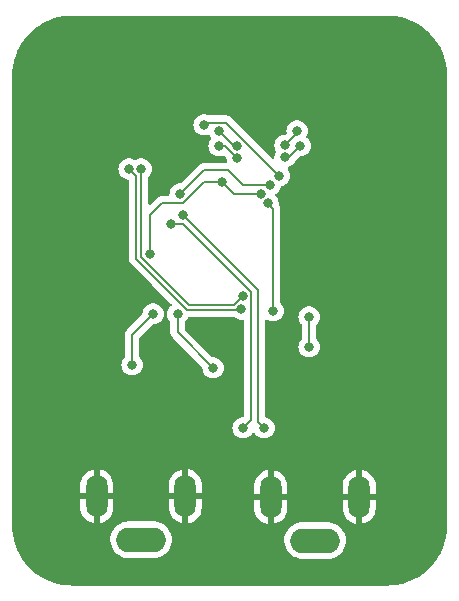
<source format=gbl>
%TF.GenerationSoftware,KiCad,Pcbnew,7.0.8*%
%TF.CreationDate,2023-12-06T02:29:27-07:00*%
%TF.ProjectId,C3I2,43334932-2e6b-4696-9361-645f70636258,rev?*%
%TF.SameCoordinates,Original*%
%TF.FileFunction,Copper,L2,Bot*%
%TF.FilePolarity,Positive*%
%FSLAX46Y46*%
G04 Gerber Fmt 4.6, Leading zero omitted, Abs format (unit mm)*
G04 Created by KiCad (PCBNEW 7.0.8) date 2023-12-06 02:29:27*
%MOMM*%
%LPD*%
G01*
G04 APERTURE LIST*
%TA.AperFunction,ComponentPad*%
%ADD10O,1.800000X3.600000*%
%TD*%
%TA.AperFunction,ComponentPad*%
%ADD11O,4.200000X2.100000*%
%TD*%
%TA.AperFunction,ViaPad*%
%ADD12C,0.800000*%
%TD*%
%TA.AperFunction,Conductor*%
%ADD13C,0.200000*%
%TD*%
G04 APERTURE END LIST*
D10*
%TO.P,J3,2*%
%TO.N,GND*%
X125282000Y-91490000D03*
D11*
%TO.P,J3,1*%
%TO.N,Net-(J3-Pad1)*%
X129032000Y-95190000D03*
D10*
%TO.P,J3,3*%
%TO.N,GND*%
X132782000Y-91490000D03*
%TD*%
%TO.P,J2,2*%
%TO.N,GND*%
X140014000Y-91550000D03*
D11*
%TO.P,J2,1*%
%TO.N,Net-(J2-Pad1)*%
X143764000Y-95250000D03*
D10*
%TO.P,J2,3*%
%TO.N,GND*%
X147514000Y-91550000D03*
%TD*%
D12*
%TO.N,GND*%
X147327488Y-80568551D03*
X141785069Y-75726124D03*
X130810000Y-53340000D03*
X129238545Y-74303347D03*
X120650000Y-57150000D03*
X120650000Y-64770000D03*
X120650000Y-87630000D03*
X152400000Y-87630000D03*
X152400000Y-80010000D03*
X152400000Y-72390000D03*
X152400000Y-64770000D03*
X152400000Y-57150000D03*
X144356230Y-69280712D03*
%TO.N,+3.3V*%
X143256000Y-76310000D03*
X143256000Y-78850000D03*
%TO.N,RESET*%
X130048000Y-76056000D03*
X128270000Y-80374000D03*
%TO.N,I2C_ADD*%
X132118372Y-76094372D03*
X135128000Y-80628000D03*
%TO.N,Ain2*%
X137668000Y-85708000D03*
%TO.N,Ain1*%
X139446000Y-85708000D03*
%TO.N,INT*%
X139766780Y-66713700D03*
X140208000Y-75802000D03*
%TO.N,Ain2*%
X131572000Y-68436000D03*
%TO.N,Ain1*%
X132588000Y-67674000D03*
%TO.N,I2C_SDA*%
X137527622Y-75661622D03*
X128016000Y-63792500D03*
%TO.N,I2C_SCL*%
X129032000Y-63792500D03*
X137668000Y-74532000D03*
%TO.N,PWR_EN*%
X134366000Y-60054000D03*
X140716000Y-64372000D03*
%TO.N,PVDD*%
X139954000Y-65134000D03*
X132334000Y-65896000D03*
%TO.N,+1V8*%
X129780622Y-70989378D03*
X135890000Y-64880000D03*
X139192000Y-65896000D03*
%TO.N,MIPI_CL_N*%
X137160000Y-62848000D03*
X135636000Y-61832000D03*
%TO.N,MIPI_CL_P*%
X135636000Y-60562000D03*
X137160000Y-61832000D03*
%TO.N,MIPI_D0_P*%
X141223997Y-62794401D03*
X142494000Y-61832000D03*
%TO.N,MIPI_D0_N*%
X141226133Y-61794901D03*
X142240000Y-60562000D03*
%TD*%
D13*
%TO.N,INT*%
X139766780Y-66713700D02*
X140208000Y-67154920D01*
X140208000Y-67154920D02*
X140208000Y-75802000D01*
%TO.N,+3.3V*%
X143256000Y-78850000D02*
X143256000Y-76310000D01*
%TO.N,RESET*%
X128270000Y-80374000D02*
X128270000Y-77834000D01*
X128270000Y-77834000D02*
X130048000Y-76056000D01*
%TO.N,I2C_ADD*%
X132118372Y-77618372D02*
X132118372Y-76094372D01*
X135128000Y-80628000D02*
X132118372Y-77618372D01*
%TO.N,Ain2*%
X138368000Y-85008000D02*
X137668000Y-85708000D01*
X138368000Y-79674000D02*
X138368000Y-85008000D01*
%TO.N,Ain1*%
X138938000Y-85200000D02*
X139446000Y-85708000D01*
X138938000Y-74024000D02*
X138938000Y-85200000D01*
%TO.N,Ain2*%
X131572000Y-68436000D02*
X132561950Y-68436000D01*
X132561950Y-68436000D02*
X138368000Y-74242050D01*
X138368000Y-74242050D02*
X138368000Y-79674000D01*
%TO.N,Ain1*%
X132588000Y-67674000D02*
X138938000Y-74024000D01*
%TO.N,+1V8*%
X135890000Y-64880000D02*
X134339950Y-64880000D01*
X134339950Y-64880000D02*
X132561950Y-66658000D01*
X132561950Y-66658000D02*
X130810000Y-66658000D01*
X129780622Y-67687378D02*
X129780622Y-70989378D01*
X130810000Y-66658000D02*
X129780622Y-67687378D01*
%TO.N,I2C_SCL*%
X133096000Y-75294000D02*
X136906000Y-75294000D01*
X129032000Y-71230000D02*
X133096000Y-75294000D01*
X136906000Y-75294000D02*
X137668000Y-74532000D01*
X129032000Y-63792500D02*
X129032000Y-71230000D01*
%TO.N,I2C_SDA*%
X132930315Y-75694000D02*
X137495244Y-75694000D01*
X128632000Y-71395686D02*
X132930315Y-75694000D01*
X128632000Y-70722000D02*
X128632000Y-71395686D01*
X137495244Y-75694000D02*
X137527622Y-75661622D01*
X128016000Y-63792500D02*
X128632000Y-64408500D01*
X128632000Y-64408500D02*
X128632000Y-70722000D01*
%TO.N,PWR_EN*%
X136206000Y-59862000D02*
X134558000Y-59862000D01*
X134558000Y-59862000D02*
X134366000Y-60054000D01*
X140716000Y-64372000D02*
X136206000Y-59862000D01*
%TO.N,PVDD*%
X137668000Y-65134000D02*
X136398000Y-63864000D01*
X139954000Y-65134000D02*
X137668000Y-65134000D01*
X136398000Y-63864000D02*
X134366000Y-63864000D01*
X134366000Y-63864000D02*
X132334000Y-65896000D01*
%TO.N,+1V8*%
X136906000Y-65896000D02*
X135890000Y-64880000D01*
X139192000Y-65896000D02*
X136906000Y-65896000D01*
%TO.N,MIPI_CL_N*%
X135636000Y-61832000D02*
X136144000Y-61832000D01*
X136144000Y-61832000D02*
X137160000Y-62848000D01*
%TO.N,MIPI_D0_N*%
X142240000Y-60781034D02*
X141226133Y-61794901D01*
X142240000Y-60562000D02*
X142240000Y-60781034D01*
%TO.N,MIPI_D0_P*%
X141223997Y-62794401D02*
X141531599Y-62794401D01*
X141531599Y-62794401D02*
X142494000Y-61832000D01*
%TO.N,MIPI_CL_P*%
X135636000Y-60562000D02*
X136906000Y-61832000D01*
X136906000Y-61832000D02*
X137160000Y-61832000D01*
%TD*%
%TA.AperFunction,Conductor*%
%TO.N,GND*%
G36*
X150077525Y-50809496D02*
G01*
X150282732Y-50818456D01*
X150287654Y-50818870D01*
X150505755Y-50846056D01*
X150710849Y-50873058D01*
X150715420Y-50873837D01*
X150930399Y-50918913D01*
X151132714Y-50963766D01*
X151136969Y-50964869D01*
X151255715Y-51000222D01*
X151347449Y-51027533D01*
X151400220Y-51044171D01*
X151545378Y-51089939D01*
X151549180Y-51091277D01*
X151753265Y-51170912D01*
X151753908Y-51171163D01*
X151945763Y-51250632D01*
X151949234Y-51252196D01*
X152146710Y-51348737D01*
X152146733Y-51348748D01*
X152331061Y-51444704D01*
X152334169Y-51446437D01*
X152456039Y-51519054D01*
X152523108Y-51559019D01*
X152698522Y-51670771D01*
X152701212Y-51672586D01*
X152880304Y-51800456D01*
X153045405Y-51927142D01*
X153047733Y-51929019D01*
X153215753Y-52071323D01*
X153370324Y-52212962D01*
X153527037Y-52369675D01*
X153668676Y-52524246D01*
X153810979Y-52692265D01*
X153812856Y-52694593D01*
X153939543Y-52859695D01*
X154067412Y-53038786D01*
X154069244Y-53041501D01*
X154180986Y-53216901D01*
X154293561Y-53405829D01*
X154295294Y-53408937D01*
X154391251Y-53593266D01*
X154487786Y-53790731D01*
X154489366Y-53794235D01*
X154568836Y-53986091D01*
X154600362Y-54066886D01*
X154648708Y-54190785D01*
X154650072Y-54194657D01*
X154712466Y-54392549D01*
X154775124Y-54603014D01*
X154776232Y-54607286D01*
X154821099Y-54809663D01*
X154866157Y-55024559D01*
X154866946Y-55029191D01*
X154893952Y-55234318D01*
X154921126Y-55452322D01*
X154921543Y-55457288D01*
X154930512Y-55662701D01*
X154939500Y-55880000D01*
X154939500Y-93980000D01*
X154930512Y-94197298D01*
X154921543Y-94402710D01*
X154921126Y-94407676D01*
X154893952Y-94625681D01*
X154866946Y-94830807D01*
X154866157Y-94835439D01*
X154821099Y-95050336D01*
X154776232Y-95252712D01*
X154775124Y-95256984D01*
X154712466Y-95467450D01*
X154650072Y-95665341D01*
X154648700Y-95669236D01*
X154568836Y-95873908D01*
X154489366Y-96065763D01*
X154487786Y-96069267D01*
X154391251Y-96266733D01*
X154295294Y-96451061D01*
X154293561Y-96454169D01*
X154180986Y-96643098D01*
X154069244Y-96818497D01*
X154067412Y-96821212D01*
X153939543Y-97000304D01*
X153812856Y-97165405D01*
X153810979Y-97167733D01*
X153668676Y-97335753D01*
X153527037Y-97490324D01*
X153370324Y-97647037D01*
X153215753Y-97788676D01*
X153047733Y-97930979D01*
X153045405Y-97932856D01*
X152880304Y-98059543D01*
X152701212Y-98187412D01*
X152698497Y-98189244D01*
X152523098Y-98300986D01*
X152334169Y-98413561D01*
X152331061Y-98415294D01*
X152146733Y-98511251D01*
X151949267Y-98607786D01*
X151945763Y-98609366D01*
X151753908Y-98688836D01*
X151549236Y-98768700D01*
X151545341Y-98770072D01*
X151347450Y-98832466D01*
X151136984Y-98895124D01*
X151132712Y-98896232D01*
X150930336Y-98941099D01*
X150715439Y-98986157D01*
X150710807Y-98986946D01*
X150505681Y-99013952D01*
X150287676Y-99041126D01*
X150282710Y-99041543D01*
X150077298Y-99050512D01*
X149860000Y-99059500D01*
X123190000Y-99059500D01*
X122972701Y-99050512D01*
X122767288Y-99041543D01*
X122762322Y-99041126D01*
X122544318Y-99013952D01*
X122339191Y-98986946D01*
X122334559Y-98986157D01*
X122119663Y-98941099D01*
X121917286Y-98896232D01*
X121913014Y-98895124D01*
X121702549Y-98832466D01*
X121504657Y-98770072D01*
X121500785Y-98768708D01*
X121368255Y-98716995D01*
X121296091Y-98688836D01*
X121104235Y-98609366D01*
X121100731Y-98607786D01*
X120903266Y-98511251D01*
X120718937Y-98415294D01*
X120715829Y-98413561D01*
X120526901Y-98300986D01*
X120351501Y-98189244D01*
X120348786Y-98187412D01*
X120169695Y-98059543D01*
X120004593Y-97932856D01*
X120002265Y-97930979D01*
X119834246Y-97788676D01*
X119679675Y-97647037D01*
X119522962Y-97490324D01*
X119381323Y-97335753D01*
X119239019Y-97167733D01*
X119237142Y-97165405D01*
X119110456Y-97000304D01*
X118982586Y-96821212D01*
X118980771Y-96818522D01*
X118869013Y-96643098D01*
X118822316Y-96564730D01*
X118756437Y-96454169D01*
X118754704Y-96451061D01*
X118658748Y-96266733D01*
X118562196Y-96069234D01*
X118560632Y-96065763D01*
X118481163Y-95873908D01*
X118463398Y-95828381D01*
X118401277Y-95669180D01*
X118399939Y-95665378D01*
X118354171Y-95520220D01*
X118337533Y-95467449D01*
X118291442Y-95312635D01*
X118274869Y-95256969D01*
X118273766Y-95252712D01*
X118273748Y-95252629D01*
X126427717Y-95252629D01*
X126457892Y-95501150D01*
X126527540Y-95741601D01*
X126527541Y-95741604D01*
X126568717Y-95828381D01*
X126634860Y-95967775D01*
X126707941Y-96073650D01*
X126777068Y-96173797D01*
X126950484Y-96354341D01*
X127150615Y-96504730D01*
X127372279Y-96621069D01*
X127609734Y-96700343D01*
X127609737Y-96700343D01*
X127609739Y-96700344D01*
X127856828Y-96740500D01*
X127856831Y-96740500D01*
X130144482Y-96740500D01*
X130238004Y-96732950D01*
X130331527Y-96725400D01*
X130574591Y-96665490D01*
X130804897Y-96567366D01*
X131016481Y-96433568D01*
X131203862Y-96267563D01*
X131362188Y-96073650D01*
X131487357Y-95856850D01*
X131576128Y-95622780D01*
X131626202Y-95377500D01*
X131628816Y-95312629D01*
X141159717Y-95312629D01*
X141189892Y-95561150D01*
X141259540Y-95801601D01*
X141366860Y-96027775D01*
X141439941Y-96133650D01*
X141509068Y-96233797D01*
X141682484Y-96414341D01*
X141882615Y-96564730D01*
X141887639Y-96567367D01*
X141989953Y-96621066D01*
X142104279Y-96681069D01*
X142341734Y-96760343D01*
X142341737Y-96760343D01*
X142341739Y-96760344D01*
X142588828Y-96800500D01*
X142588831Y-96800500D01*
X144876482Y-96800500D01*
X144970004Y-96792950D01*
X145063527Y-96785400D01*
X145306591Y-96725490D01*
X145536897Y-96627366D01*
X145748481Y-96493568D01*
X145935862Y-96327563D01*
X146094188Y-96133650D01*
X146219357Y-95916850D01*
X146308128Y-95682780D01*
X146358202Y-95437500D01*
X146363234Y-95312628D01*
X146368282Y-95187371D01*
X146368282Y-95187365D01*
X146338107Y-94938849D01*
X146285497Y-94757220D01*
X146268459Y-94698396D01*
X146161141Y-94472228D01*
X146161140Y-94472227D01*
X146161139Y-94472224D01*
X146066335Y-94334878D01*
X146018932Y-94266203D01*
X145845516Y-94085659D01*
X145645385Y-93935270D01*
X145645383Y-93935269D01*
X145645382Y-93935268D01*
X145423726Y-93818933D01*
X145423722Y-93818931D01*
X145423721Y-93818931D01*
X145186266Y-93739657D01*
X145186265Y-93739656D01*
X145186260Y-93739655D01*
X144939172Y-93699500D01*
X144939169Y-93699500D01*
X142651519Y-93699500D01*
X142651518Y-93699500D01*
X142464473Y-93714599D01*
X142221411Y-93774509D01*
X141991106Y-93872632D01*
X141779514Y-94006435D01*
X141592143Y-94172431D01*
X141433809Y-94366353D01*
X141308643Y-94583148D01*
X141219871Y-94817222D01*
X141169798Y-95062493D01*
X141169797Y-95062503D01*
X141159717Y-95312628D01*
X141159717Y-95312629D01*
X131628816Y-95312629D01*
X131636282Y-95127365D01*
X131606107Y-94878851D01*
X131606107Y-94878849D01*
X131570876Y-94757220D01*
X131536459Y-94638396D01*
X131429141Y-94412228D01*
X131429140Y-94412227D01*
X131429139Y-94412224D01*
X131286933Y-94206205D01*
X131286932Y-94206203D01*
X131113516Y-94025659D01*
X130913385Y-93875270D01*
X130913383Y-93875269D01*
X130913382Y-93875268D01*
X130691726Y-93758933D01*
X130691722Y-93758931D01*
X130691721Y-93758931D01*
X130454266Y-93679657D01*
X130454265Y-93679656D01*
X130454260Y-93679655D01*
X130207172Y-93639500D01*
X130207169Y-93639500D01*
X127919519Y-93639500D01*
X127919518Y-93639500D01*
X127732473Y-93654599D01*
X127489411Y-93714509D01*
X127259106Y-93812632D01*
X127047514Y-93946435D01*
X126860143Y-94112431D01*
X126701809Y-94306353D01*
X126576643Y-94523148D01*
X126487871Y-94757222D01*
X126437798Y-95002493D01*
X126437797Y-95002503D01*
X126427717Y-95252628D01*
X126427717Y-95252629D01*
X118273748Y-95252629D01*
X118259279Y-95187365D01*
X118228913Y-95050398D01*
X118183837Y-94835420D01*
X118183058Y-94830849D01*
X118156047Y-94625681D01*
X118128870Y-94407654D01*
X118128456Y-94402732D01*
X118119487Y-94197298D01*
X118110500Y-93980000D01*
X118110500Y-93979500D01*
X118110500Y-92449478D01*
X123882000Y-92449478D01*
X123897147Y-92627450D01*
X123897148Y-92627453D01*
X123957197Y-92858078D01*
X124055360Y-93075241D01*
X124055362Y-93075244D01*
X124188812Y-93272688D01*
X124188814Y-93272690D01*
X124353706Y-93444736D01*
X124545316Y-93586450D01*
X124758115Y-93693741D01*
X124985987Y-93763526D01*
X124985985Y-93763526D01*
X125032000Y-93769418D01*
X125032000Y-92673686D01*
X125072156Y-92699493D01*
X125210111Y-92740000D01*
X125353889Y-92740000D01*
X125491844Y-92699493D01*
X125532000Y-92673686D01*
X125532000Y-93768264D01*
X125693434Y-93733473D01*
X125914562Y-93644616D01*
X126117494Y-93519666D01*
X126296389Y-93362219D01*
X126296396Y-93362213D01*
X126446102Y-93176805D01*
X126446109Y-93176795D01*
X126562331Y-92968751D01*
X126641722Y-92744052D01*
X126641726Y-92744038D01*
X126681999Y-92509167D01*
X126682000Y-92509156D01*
X126682000Y-92449478D01*
X131382000Y-92449478D01*
X131397147Y-92627450D01*
X131397148Y-92627453D01*
X131457197Y-92858078D01*
X131555360Y-93075241D01*
X131555362Y-93075244D01*
X131688812Y-93272688D01*
X131688814Y-93272690D01*
X131853706Y-93444736D01*
X132045316Y-93586450D01*
X132258115Y-93693741D01*
X132485987Y-93763526D01*
X132485985Y-93763526D01*
X132532000Y-93769418D01*
X132532000Y-92673686D01*
X132572156Y-92699493D01*
X132710111Y-92740000D01*
X132853889Y-92740000D01*
X132991844Y-92699493D01*
X133032000Y-92673686D01*
X133032000Y-93768264D01*
X133193434Y-93733473D01*
X133414562Y-93644616D01*
X133617494Y-93519666D01*
X133796389Y-93362219D01*
X133796396Y-93362213D01*
X133946102Y-93176805D01*
X133946109Y-93176795D01*
X134062331Y-92968751D01*
X134141722Y-92744052D01*
X134141726Y-92744038D01*
X134181946Y-92509478D01*
X138614000Y-92509478D01*
X138629147Y-92687450D01*
X138629148Y-92687453D01*
X138689197Y-92918078D01*
X138787360Y-93135241D01*
X138787362Y-93135244D01*
X138920812Y-93332688D01*
X138920814Y-93332690D01*
X139085706Y-93504736D01*
X139277316Y-93646450D01*
X139490115Y-93753741D01*
X139717987Y-93823526D01*
X139717985Y-93823526D01*
X139764000Y-93829418D01*
X139764000Y-92733686D01*
X139804156Y-92759493D01*
X139942111Y-92800000D01*
X140085889Y-92800000D01*
X140223844Y-92759493D01*
X140264000Y-92733686D01*
X140264000Y-93828264D01*
X140425434Y-93793473D01*
X140646562Y-93704616D01*
X140849494Y-93579666D01*
X141028389Y-93422219D01*
X141028396Y-93422213D01*
X141178102Y-93236805D01*
X141178109Y-93236795D01*
X141294331Y-93028751D01*
X141373722Y-92804052D01*
X141373726Y-92804038D01*
X141413999Y-92569167D01*
X141414000Y-92569156D01*
X141414000Y-92509478D01*
X146114000Y-92509478D01*
X146129147Y-92687450D01*
X146129148Y-92687453D01*
X146189197Y-92918078D01*
X146287360Y-93135241D01*
X146287362Y-93135244D01*
X146420812Y-93332688D01*
X146420814Y-93332690D01*
X146585706Y-93504736D01*
X146777316Y-93646450D01*
X146990115Y-93753741D01*
X147217987Y-93823526D01*
X147217985Y-93823526D01*
X147264000Y-93829418D01*
X147264000Y-92733686D01*
X147304156Y-92759493D01*
X147442111Y-92800000D01*
X147585889Y-92800000D01*
X147723844Y-92759493D01*
X147764000Y-92733686D01*
X147764000Y-93828264D01*
X147925434Y-93793473D01*
X148146562Y-93704616D01*
X148349494Y-93579666D01*
X148528389Y-93422219D01*
X148528396Y-93422213D01*
X148678102Y-93236805D01*
X148678109Y-93236795D01*
X148794331Y-93028751D01*
X148873722Y-92804052D01*
X148873726Y-92804038D01*
X148913999Y-92569167D01*
X148914000Y-92569156D01*
X148914000Y-91800000D01*
X148014000Y-91800000D01*
X148014000Y-91300000D01*
X148914000Y-91300000D01*
X148914000Y-90590522D01*
X148898852Y-90412549D01*
X148898851Y-90412546D01*
X148838802Y-90181921D01*
X148740639Y-89964758D01*
X148740637Y-89964755D01*
X148607187Y-89767311D01*
X148607185Y-89767309D01*
X148442293Y-89595263D01*
X148250683Y-89453549D01*
X148037884Y-89346257D01*
X147810020Y-89276475D01*
X147764000Y-89270581D01*
X147764000Y-90366313D01*
X147723844Y-90340507D01*
X147585889Y-90300000D01*
X147442111Y-90300000D01*
X147304156Y-90340507D01*
X147264000Y-90366313D01*
X147264000Y-89271734D01*
X147263999Y-89271734D01*
X147102566Y-89306525D01*
X146881437Y-89395383D01*
X146678505Y-89520333D01*
X146499610Y-89677780D01*
X146499603Y-89677786D01*
X146349897Y-89863194D01*
X146349890Y-89863204D01*
X146233668Y-90071248D01*
X146154277Y-90295947D01*
X146154273Y-90295961D01*
X146114000Y-90530832D01*
X146114000Y-91300000D01*
X147014000Y-91300000D01*
X147014000Y-91800000D01*
X146114000Y-91800000D01*
X146114000Y-92509478D01*
X141414000Y-92509478D01*
X141414000Y-91800000D01*
X140514000Y-91800000D01*
X140514000Y-91300000D01*
X141414000Y-91300000D01*
X141414000Y-90590522D01*
X141398852Y-90412549D01*
X141398851Y-90412546D01*
X141338802Y-90181921D01*
X141240639Y-89964758D01*
X141240637Y-89964755D01*
X141107187Y-89767311D01*
X141107185Y-89767309D01*
X140942293Y-89595263D01*
X140750683Y-89453549D01*
X140537884Y-89346257D01*
X140310020Y-89276475D01*
X140264000Y-89270581D01*
X140264000Y-90366313D01*
X140223844Y-90340507D01*
X140085889Y-90300000D01*
X139942111Y-90300000D01*
X139804156Y-90340507D01*
X139764000Y-90366313D01*
X139764000Y-89271734D01*
X139763999Y-89271734D01*
X139602566Y-89306525D01*
X139381437Y-89395383D01*
X139178505Y-89520333D01*
X138999610Y-89677780D01*
X138999603Y-89677786D01*
X138849897Y-89863194D01*
X138849890Y-89863204D01*
X138733668Y-90071248D01*
X138654277Y-90295947D01*
X138654273Y-90295961D01*
X138614000Y-90530832D01*
X138614000Y-91300000D01*
X139514000Y-91300000D01*
X139514000Y-91800000D01*
X138614000Y-91800000D01*
X138614000Y-92509478D01*
X134181946Y-92509478D01*
X134181999Y-92509167D01*
X134182000Y-92509156D01*
X134182000Y-91740000D01*
X133282000Y-91740000D01*
X133282000Y-91240000D01*
X134182000Y-91240000D01*
X134182000Y-90530522D01*
X134166852Y-90352549D01*
X134166851Y-90352546D01*
X134106802Y-90121921D01*
X134008639Y-89904758D01*
X134008637Y-89904755D01*
X133875187Y-89707311D01*
X133875185Y-89707309D01*
X133710293Y-89535263D01*
X133518683Y-89393549D01*
X133305884Y-89286257D01*
X133078020Y-89216475D01*
X133032000Y-89210581D01*
X133032000Y-90306313D01*
X132991844Y-90280507D01*
X132853889Y-90240000D01*
X132710111Y-90240000D01*
X132572156Y-90280507D01*
X132532000Y-90306313D01*
X132532000Y-89211734D01*
X132531999Y-89211734D01*
X132370566Y-89246525D01*
X132149437Y-89335383D01*
X131946505Y-89460333D01*
X131767610Y-89617780D01*
X131767603Y-89617786D01*
X131617897Y-89803194D01*
X131617890Y-89803204D01*
X131501668Y-90011248D01*
X131422277Y-90235947D01*
X131422273Y-90235961D01*
X131382000Y-90470832D01*
X131382000Y-91240000D01*
X132282000Y-91240000D01*
X132282000Y-91740000D01*
X131382000Y-91740000D01*
X131382000Y-92449478D01*
X126682000Y-92449478D01*
X126682000Y-91740000D01*
X125782000Y-91740000D01*
X125782000Y-91240000D01*
X126682000Y-91240000D01*
X126682000Y-90530522D01*
X126666852Y-90352549D01*
X126666851Y-90352546D01*
X126606802Y-90121921D01*
X126508639Y-89904758D01*
X126508637Y-89904755D01*
X126375187Y-89707311D01*
X126375185Y-89707309D01*
X126210293Y-89535263D01*
X126018683Y-89393549D01*
X125805884Y-89286257D01*
X125578020Y-89216475D01*
X125532000Y-89210581D01*
X125532000Y-90306313D01*
X125491844Y-90280507D01*
X125353889Y-90240000D01*
X125210111Y-90240000D01*
X125072156Y-90280507D01*
X125032000Y-90306313D01*
X125032000Y-89211734D01*
X125031999Y-89211734D01*
X124870566Y-89246525D01*
X124649437Y-89335383D01*
X124446505Y-89460333D01*
X124267610Y-89617780D01*
X124267603Y-89617786D01*
X124117897Y-89803194D01*
X124117890Y-89803204D01*
X124001668Y-90011248D01*
X123922277Y-90235947D01*
X123922273Y-90235961D01*
X123882000Y-90470832D01*
X123882000Y-91240000D01*
X124782000Y-91240000D01*
X124782000Y-91740000D01*
X123882000Y-91740000D01*
X123882000Y-92449478D01*
X118110500Y-92449478D01*
X118110500Y-80374000D01*
X127364540Y-80374000D01*
X127384326Y-80562256D01*
X127384327Y-80562259D01*
X127442818Y-80742277D01*
X127442821Y-80742284D01*
X127537467Y-80906216D01*
X127618559Y-80996277D01*
X127664129Y-81046888D01*
X127817265Y-81158148D01*
X127817270Y-81158151D01*
X127990192Y-81235142D01*
X127990197Y-81235144D01*
X128175354Y-81274500D01*
X128175355Y-81274500D01*
X128364644Y-81274500D01*
X128364646Y-81274500D01*
X128549803Y-81235144D01*
X128722730Y-81158151D01*
X128875871Y-81046888D01*
X129002533Y-80906216D01*
X129097179Y-80742284D01*
X129155674Y-80562256D01*
X129175460Y-80374000D01*
X129155674Y-80185744D01*
X129097179Y-80005716D01*
X129002533Y-79841784D01*
X128935068Y-79766857D01*
X128902350Y-79730519D01*
X128872120Y-79667527D01*
X128870500Y-79647547D01*
X128870500Y-78134097D01*
X128890185Y-78067058D01*
X128906819Y-78046416D01*
X129960416Y-76992819D01*
X130021739Y-76959334D01*
X130048097Y-76956500D01*
X130142644Y-76956500D01*
X130142646Y-76956500D01*
X130327803Y-76917144D01*
X130500730Y-76840151D01*
X130653871Y-76728888D01*
X130780533Y-76588216D01*
X130875179Y-76424284D01*
X130933674Y-76244256D01*
X130953460Y-76056000D01*
X130933674Y-75867744D01*
X130875179Y-75687716D01*
X130780533Y-75523784D01*
X130653871Y-75383112D01*
X130653870Y-75383111D01*
X130500734Y-75271851D01*
X130500729Y-75271848D01*
X130327807Y-75194857D01*
X130327802Y-75194855D01*
X130156849Y-75158519D01*
X130142646Y-75155500D01*
X129953354Y-75155500D01*
X129939151Y-75158519D01*
X129768197Y-75194855D01*
X129768192Y-75194857D01*
X129595270Y-75271848D01*
X129595265Y-75271851D01*
X129442129Y-75383111D01*
X129315466Y-75523785D01*
X129220821Y-75687715D01*
X129220818Y-75687722D01*
X129162327Y-75867740D01*
X129162326Y-75867744D01*
X129142540Y-76056000D01*
X129142540Y-76056002D01*
X129142540Y-76060862D01*
X129122855Y-76127901D01*
X129106221Y-76148543D01*
X127876096Y-77378668D01*
X127869993Y-77384020D01*
X127841719Y-77405716D01*
X127817550Y-77437215D01*
X127745461Y-77531162D01*
X127745461Y-77531163D01*
X127684957Y-77677234D01*
X127684955Y-77677239D01*
X127664318Y-77833998D01*
X127664318Y-77833999D01*
X127668969Y-77869326D01*
X127669500Y-77877428D01*
X127669500Y-79647547D01*
X127649815Y-79714586D01*
X127637650Y-79730519D01*
X127537466Y-79841785D01*
X127442821Y-80005715D01*
X127442818Y-80005722D01*
X127384327Y-80185740D01*
X127384326Y-80185744D01*
X127364540Y-80374000D01*
X118110500Y-80374000D01*
X118110500Y-63792500D01*
X127110540Y-63792500D01*
X127130326Y-63980756D01*
X127130327Y-63980759D01*
X127188818Y-64160777D01*
X127188821Y-64160784D01*
X127283467Y-64324716D01*
X127306098Y-64349850D01*
X127410129Y-64465388D01*
X127563265Y-64576648D01*
X127563270Y-64576651D01*
X127736192Y-64653642D01*
X127736197Y-64653644D01*
X127921354Y-64693000D01*
X127921355Y-64693000D01*
X127927711Y-64694351D01*
X127927410Y-64695766D01*
X127985069Y-64719484D01*
X128025058Y-64776778D01*
X128031500Y-64816226D01*
X128031500Y-71352257D01*
X128030969Y-71360359D01*
X128026318Y-71395685D01*
X128026318Y-71395686D01*
X128031500Y-71435046D01*
X128046955Y-71552446D01*
X128046956Y-71552448D01*
X128088550Y-71652866D01*
X128107464Y-71698527D01*
X128203718Y-71823968D01*
X128231995Y-71845666D01*
X128238085Y-71851006D01*
X129982796Y-73595716D01*
X131581317Y-75194237D01*
X131614802Y-75255560D01*
X131609818Y-75325252D01*
X131567946Y-75381185D01*
X131566521Y-75382236D01*
X131512501Y-75421483D01*
X131385838Y-75562157D01*
X131291193Y-75726087D01*
X131291190Y-75726094D01*
X131232699Y-75906112D01*
X131232698Y-75906116D01*
X131212912Y-76094372D01*
X131232698Y-76282628D01*
X131232699Y-76282631D01*
X131291190Y-76462649D01*
X131291193Y-76462656D01*
X131385839Y-76626588D01*
X131454191Y-76702500D01*
X131486022Y-76737852D01*
X131516252Y-76800843D01*
X131517872Y-76820824D01*
X131517872Y-77574943D01*
X131517341Y-77583045D01*
X131512690Y-77618371D01*
X131512690Y-77618372D01*
X131517872Y-77657732D01*
X131533327Y-77775132D01*
X131533328Y-77775134D01*
X131593836Y-77921213D01*
X131690090Y-78046654D01*
X131718367Y-78068352D01*
X131724457Y-78073692D01*
X133032979Y-79382214D01*
X134186221Y-80535456D01*
X134219706Y-80596779D01*
X134222540Y-80623137D01*
X134222540Y-80627997D01*
X134222540Y-80628000D01*
X134242326Y-80816256D01*
X134242327Y-80816259D01*
X134300818Y-80996277D01*
X134300821Y-80996284D01*
X134395467Y-81160216D01*
X134462931Y-81235142D01*
X134522129Y-81300888D01*
X134675265Y-81412148D01*
X134675270Y-81412151D01*
X134848192Y-81489142D01*
X134848197Y-81489144D01*
X135033354Y-81528500D01*
X135033355Y-81528500D01*
X135222644Y-81528500D01*
X135222646Y-81528500D01*
X135407803Y-81489144D01*
X135580730Y-81412151D01*
X135733871Y-81300888D01*
X135860533Y-81160216D01*
X135955179Y-80996284D01*
X136013674Y-80816256D01*
X136033460Y-80628000D01*
X136013674Y-80439744D01*
X135955179Y-80259716D01*
X135860533Y-80095784D01*
X135733871Y-79955112D01*
X135733870Y-79955111D01*
X135580734Y-79843851D01*
X135580729Y-79843848D01*
X135407807Y-79766857D01*
X135407802Y-79766855D01*
X135236849Y-79730519D01*
X135222646Y-79727500D01*
X135222645Y-79727500D01*
X135128097Y-79727500D01*
X135061058Y-79707815D01*
X135040416Y-79691181D01*
X132755191Y-77405956D01*
X132721706Y-77344633D01*
X132718872Y-77318275D01*
X132718872Y-76820824D01*
X132738557Y-76753785D01*
X132750722Y-76737852D01*
X132782553Y-76702500D01*
X132850905Y-76626588D01*
X132945551Y-76462656D01*
X132972349Y-76380182D01*
X133011787Y-76322506D01*
X133076145Y-76295308D01*
X133090280Y-76294500D01*
X136830518Y-76294500D01*
X136897557Y-76314185D01*
X136916674Y-76330435D01*
X136916921Y-76330161D01*
X136921752Y-76334511D01*
X137074887Y-76445770D01*
X137074892Y-76445773D01*
X137247814Y-76522764D01*
X137247819Y-76522766D01*
X137432976Y-76562122D01*
X137432977Y-76562122D01*
X137622267Y-76562122D01*
X137622268Y-76562122D01*
X137622268Y-76562121D01*
X137628725Y-76561443D01*
X137628989Y-76563956D01*
X137687343Y-76568388D01*
X137743092Y-76610504D01*
X137767222Y-76676075D01*
X137767500Y-76684378D01*
X137767500Y-84683500D01*
X137747815Y-84750539D01*
X137695011Y-84796294D01*
X137643500Y-84807500D01*
X137573354Y-84807500D01*
X137540897Y-84814398D01*
X137388197Y-84846855D01*
X137388192Y-84846857D01*
X137215270Y-84923848D01*
X137215265Y-84923851D01*
X137062129Y-85035111D01*
X136935466Y-85175785D01*
X136840821Y-85339715D01*
X136840818Y-85339722D01*
X136782327Y-85519740D01*
X136782326Y-85519744D01*
X136762540Y-85708000D01*
X136782326Y-85896256D01*
X136782327Y-85896259D01*
X136840818Y-86076277D01*
X136840821Y-86076284D01*
X136935467Y-86240216D01*
X137062129Y-86380888D01*
X137215265Y-86492148D01*
X137215270Y-86492151D01*
X137388192Y-86569142D01*
X137388197Y-86569144D01*
X137573354Y-86608500D01*
X137573355Y-86608500D01*
X137762644Y-86608500D01*
X137762646Y-86608500D01*
X137947803Y-86569144D01*
X138120730Y-86492151D01*
X138273871Y-86380888D01*
X138400533Y-86240216D01*
X138449613Y-86155205D01*
X138500179Y-86106991D01*
X138568786Y-86093767D01*
X138633651Y-86119735D01*
X138664385Y-86155203D01*
X138713466Y-86240214D01*
X138713467Y-86240216D01*
X138840129Y-86380888D01*
X138993265Y-86492148D01*
X138993270Y-86492151D01*
X139166192Y-86569142D01*
X139166197Y-86569144D01*
X139351354Y-86608500D01*
X139351355Y-86608500D01*
X139540644Y-86608500D01*
X139540646Y-86608500D01*
X139725803Y-86569144D01*
X139898730Y-86492151D01*
X140051871Y-86380888D01*
X140178533Y-86240216D01*
X140273179Y-86076284D01*
X140331674Y-85896256D01*
X140351460Y-85708000D01*
X140331674Y-85519744D01*
X140273179Y-85339716D01*
X140178533Y-85175784D01*
X140051871Y-85035112D01*
X140051870Y-85035111D01*
X139898734Y-84923851D01*
X139898729Y-84923848D01*
X139725807Y-84846857D01*
X139725803Y-84846856D01*
X139636718Y-84827920D01*
X139575237Y-84794727D01*
X139541461Y-84733564D01*
X139538500Y-84706630D01*
X139538500Y-78850000D01*
X142350540Y-78850000D01*
X142370326Y-79038256D01*
X142370327Y-79038259D01*
X142428818Y-79218277D01*
X142428821Y-79218284D01*
X142523467Y-79382216D01*
X142650129Y-79522888D01*
X142803265Y-79634148D01*
X142803270Y-79634151D01*
X142976192Y-79711142D01*
X142976197Y-79711144D01*
X143161354Y-79750500D01*
X143161355Y-79750500D01*
X143350644Y-79750500D01*
X143350646Y-79750500D01*
X143535803Y-79711144D01*
X143708730Y-79634151D01*
X143861871Y-79522888D01*
X143988533Y-79382216D01*
X144083179Y-79218284D01*
X144141674Y-79038256D01*
X144161460Y-78850000D01*
X144141674Y-78661744D01*
X144083179Y-78481716D01*
X143988533Y-78317784D01*
X143933628Y-78256806D01*
X143888350Y-78206519D01*
X143858120Y-78143527D01*
X143856500Y-78123547D01*
X143856500Y-77036452D01*
X143876185Y-76969413D01*
X143888350Y-76953480D01*
X143921067Y-76917144D01*
X143988533Y-76842216D01*
X144083179Y-76678284D01*
X144141674Y-76498256D01*
X144161460Y-76310000D01*
X144141674Y-76121744D01*
X144083179Y-75941716D01*
X143988533Y-75777784D01*
X143861871Y-75637112D01*
X143829708Y-75613744D01*
X143708734Y-75525851D01*
X143708729Y-75525848D01*
X143535807Y-75448857D01*
X143535802Y-75448855D01*
X143390001Y-75417865D01*
X143350646Y-75409500D01*
X143161354Y-75409500D01*
X143128897Y-75416398D01*
X142976197Y-75448855D01*
X142976192Y-75448857D01*
X142803270Y-75525848D01*
X142803265Y-75525851D01*
X142650129Y-75637111D01*
X142523466Y-75777785D01*
X142428821Y-75941715D01*
X142428818Y-75941722D01*
X142370327Y-76121740D01*
X142370326Y-76121744D01*
X142350540Y-76310000D01*
X142370326Y-76498256D01*
X142370327Y-76498259D01*
X142428818Y-76678277D01*
X142428821Y-76678284D01*
X142523467Y-76842216D01*
X142590931Y-76917142D01*
X142623650Y-76953480D01*
X142653880Y-77016471D01*
X142655500Y-77036452D01*
X142655500Y-78123547D01*
X142635815Y-78190586D01*
X142623650Y-78206519D01*
X142523466Y-78317785D01*
X142428821Y-78481715D01*
X142428818Y-78481722D01*
X142370327Y-78661740D01*
X142370326Y-78661744D01*
X142350540Y-78850000D01*
X139538500Y-78850000D01*
X139538500Y-76672022D01*
X139558185Y-76604983D01*
X139610989Y-76559228D01*
X139680147Y-76549284D01*
X139735384Y-76571703D01*
X139755266Y-76586148D01*
X139755270Y-76586151D01*
X139928192Y-76663142D01*
X139928197Y-76663144D01*
X140113354Y-76702500D01*
X140113355Y-76702500D01*
X140302644Y-76702500D01*
X140302646Y-76702500D01*
X140487803Y-76663144D01*
X140660730Y-76586151D01*
X140813871Y-76474888D01*
X140940533Y-76334216D01*
X141035179Y-76170284D01*
X141093674Y-75990256D01*
X141113460Y-75802000D01*
X141093674Y-75613744D01*
X141035179Y-75433716D01*
X140940533Y-75269784D01*
X140873068Y-75194857D01*
X140840350Y-75158519D01*
X140810120Y-75095527D01*
X140808500Y-75075547D01*
X140808500Y-67198347D01*
X140809031Y-67190246D01*
X140813682Y-67154920D01*
X140813682Y-67154918D01*
X140799923Y-67050412D01*
X140793044Y-66998158D01*
X140732536Y-66852079D01*
X140696826Y-66805540D01*
X140671633Y-66740373D01*
X140671883Y-66717087D01*
X140672240Y-66713700D01*
X140652454Y-66525444D01*
X140593959Y-66345416D01*
X140499313Y-66181484D01*
X140411511Y-66083970D01*
X140381281Y-66020979D01*
X140389906Y-65951643D01*
X140430772Y-65900682D01*
X140559871Y-65806888D01*
X140686533Y-65666216D01*
X140781179Y-65502284D01*
X140837071Y-65330265D01*
X140876507Y-65272593D01*
X140929216Y-65247297D01*
X140995803Y-65233144D01*
X140995807Y-65233142D01*
X140995808Y-65233142D01*
X141054058Y-65207206D01*
X141168730Y-65156151D01*
X141321871Y-65044888D01*
X141448533Y-64904216D01*
X141543179Y-64740284D01*
X141601674Y-64560256D01*
X141621460Y-64372000D01*
X141601674Y-64183744D01*
X141543179Y-64003716D01*
X141448533Y-63839784D01*
X141445284Y-63834156D01*
X141447317Y-63832981D01*
X141427427Y-63777262D01*
X141443242Y-63709206D01*
X141493341Y-63660504D01*
X141500788Y-63656886D01*
X141503800Y-63655545D01*
X141676727Y-63578552D01*
X141829868Y-63467289D01*
X141956530Y-63326617D01*
X142051176Y-63162685D01*
X142060568Y-63133778D01*
X142090813Y-63084420D01*
X142406417Y-62768816D01*
X142467739Y-62735334D01*
X142494097Y-62732500D01*
X142588644Y-62732500D01*
X142588646Y-62732500D01*
X142773803Y-62693144D01*
X142946730Y-62616151D01*
X143099871Y-62504888D01*
X143226533Y-62364216D01*
X143321179Y-62200284D01*
X143379674Y-62020256D01*
X143399460Y-61832000D01*
X143379674Y-61643744D01*
X143321179Y-61463716D01*
X143226533Y-61299784D01*
X143133986Y-61197000D01*
X143099876Y-61159116D01*
X143099869Y-61159110D01*
X143074093Y-61140383D01*
X143031427Y-61085053D01*
X143025448Y-61015440D01*
X143039588Y-60978071D01*
X143067179Y-60930284D01*
X143125674Y-60750256D01*
X143145460Y-60562000D01*
X143125674Y-60373744D01*
X143067179Y-60193716D01*
X142972533Y-60029784D01*
X142845871Y-59889112D01*
X142813708Y-59865744D01*
X142692734Y-59777851D01*
X142692729Y-59777848D01*
X142519807Y-59700857D01*
X142519802Y-59700855D01*
X142374001Y-59669865D01*
X142334646Y-59661500D01*
X142145354Y-59661500D01*
X142112897Y-59668398D01*
X141960197Y-59700855D01*
X141960192Y-59700857D01*
X141787270Y-59777848D01*
X141787265Y-59777851D01*
X141634129Y-59889111D01*
X141507466Y-60029785D01*
X141412821Y-60193715D01*
X141412818Y-60193722D01*
X141354327Y-60373740D01*
X141354326Y-60373744D01*
X141334540Y-60562000D01*
X141354326Y-60750256D01*
X141354326Y-60750258D01*
X141354537Y-60752258D01*
X141341967Y-60820987D01*
X141318906Y-60852892D01*
X141313725Y-60858074D01*
X141252405Y-60891565D01*
X141226035Y-60894401D01*
X141131487Y-60894401D01*
X141121010Y-60896628D01*
X140946330Y-60933756D01*
X140946325Y-60933758D01*
X140773403Y-61010749D01*
X140773398Y-61010752D01*
X140620262Y-61122012D01*
X140493599Y-61262686D01*
X140398954Y-61426616D01*
X140398951Y-61426623D01*
X140340460Y-61606641D01*
X140340459Y-61606645D01*
X140320673Y-61794901D01*
X140340459Y-61983157D01*
X140340460Y-61983160D01*
X140398954Y-62163186D01*
X140437991Y-62230800D01*
X140454464Y-62298700D01*
X140437992Y-62354799D01*
X140396817Y-62426116D01*
X140338324Y-62606141D01*
X140338323Y-62606145D01*
X140323097Y-62751016D01*
X140318537Y-62794401D01*
X140320799Y-62815920D01*
X140308229Y-62884649D01*
X140260497Y-62935673D01*
X140192757Y-62952791D01*
X140126516Y-62930569D01*
X140109797Y-62916562D01*
X138390235Y-61197000D01*
X136661320Y-59468085D01*
X136655980Y-59461995D01*
X136634282Y-59433718D01*
X136508841Y-59337464D01*
X136362762Y-59276956D01*
X136362760Y-59276955D01*
X136245361Y-59261500D01*
X136206000Y-59256318D01*
X136170670Y-59260969D01*
X136162572Y-59261500D01*
X134826335Y-59261500D01*
X134775899Y-59250779D01*
X134645807Y-59192857D01*
X134645802Y-59192855D01*
X134500001Y-59161865D01*
X134460646Y-59153500D01*
X134271354Y-59153500D01*
X134238897Y-59160398D01*
X134086197Y-59192855D01*
X134086192Y-59192857D01*
X133913270Y-59269848D01*
X133913265Y-59269851D01*
X133760129Y-59381111D01*
X133633466Y-59521785D01*
X133538821Y-59685715D01*
X133538818Y-59685722D01*
X133508884Y-59777851D01*
X133480326Y-59865744D01*
X133460540Y-60054000D01*
X133480326Y-60242256D01*
X133480327Y-60242259D01*
X133538818Y-60422277D01*
X133538821Y-60422284D01*
X133633467Y-60586216D01*
X133760129Y-60726888D01*
X133913265Y-60838148D01*
X133913270Y-60838151D01*
X134086192Y-60915142D01*
X134086197Y-60915144D01*
X134271354Y-60954500D01*
X134271355Y-60954500D01*
X134460644Y-60954500D01*
X134460646Y-60954500D01*
X134645803Y-60915144D01*
X134666534Y-60905913D01*
X134735782Y-60896628D01*
X134799059Y-60926256D01*
X134824356Y-60957192D01*
X134903467Y-61094216D01*
X134913806Y-61105699D01*
X134921307Y-61114030D01*
X134951535Y-61177022D01*
X134942909Y-61246357D01*
X134921307Y-61279970D01*
X134903466Y-61299785D01*
X134808821Y-61463715D01*
X134808818Y-61463722D01*
X134762380Y-61606645D01*
X134750326Y-61643744D01*
X134730540Y-61832000D01*
X134750326Y-62020256D01*
X134750327Y-62020259D01*
X134808818Y-62200277D01*
X134808821Y-62200284D01*
X134903467Y-62364216D01*
X135024400Y-62498525D01*
X135030129Y-62504888D01*
X135183265Y-62616148D01*
X135183270Y-62616151D01*
X135356192Y-62693142D01*
X135356197Y-62693144D01*
X135541354Y-62732500D01*
X135541355Y-62732500D01*
X135730644Y-62732500D01*
X135730646Y-62732500D01*
X135915803Y-62693144D01*
X136004084Y-62653837D01*
X136073333Y-62644552D01*
X136136610Y-62674180D01*
X136142201Y-62679436D01*
X136218221Y-62755456D01*
X136251706Y-62816779D01*
X136254540Y-62843137D01*
X136254540Y-62847997D01*
X136254540Y-62848000D01*
X136274326Y-63036256D01*
X136274327Y-63036259D01*
X136295422Y-63101182D01*
X136297417Y-63171023D01*
X136261337Y-63230856D01*
X136198636Y-63261684D01*
X136177491Y-63263500D01*
X134409428Y-63263500D01*
X134401329Y-63262969D01*
X134366000Y-63258318D01*
X134326639Y-63263500D01*
X134209239Y-63278955D01*
X134209237Y-63278956D01*
X134063157Y-63339464D01*
X133937719Y-63435716D01*
X133916019Y-63463994D01*
X133910668Y-63470096D01*
X132421584Y-64959181D01*
X132360261Y-64992666D01*
X132333903Y-64995500D01*
X132239354Y-64995500D01*
X132206897Y-65002398D01*
X132054197Y-65034855D01*
X132054192Y-65034857D01*
X131881270Y-65111848D01*
X131881265Y-65111851D01*
X131728129Y-65223111D01*
X131601466Y-65363785D01*
X131506821Y-65527715D01*
X131506818Y-65527722D01*
X131498640Y-65552893D01*
X131448326Y-65707744D01*
X131437906Y-65806885D01*
X131428540Y-65896000D01*
X131431119Y-65920540D01*
X131418549Y-65989270D01*
X131370816Y-66040293D01*
X131307798Y-66057500D01*
X130853428Y-66057500D01*
X130845329Y-66056969D01*
X130810000Y-66052318D01*
X130809999Y-66052318D01*
X130653239Y-66072955D01*
X130653237Y-66072956D01*
X130507160Y-66133463D01*
X130381714Y-66229721D01*
X130360024Y-66257990D01*
X130354671Y-66264094D01*
X129844181Y-66774584D01*
X129782858Y-66808069D01*
X129713167Y-66803085D01*
X129657233Y-66761214D01*
X129632816Y-66695749D01*
X129632500Y-66686903D01*
X129632500Y-64518952D01*
X129652185Y-64451913D01*
X129664350Y-64435980D01*
X129764533Y-64324716D01*
X129859179Y-64160784D01*
X129917674Y-63980756D01*
X129937460Y-63792500D01*
X129917674Y-63604244D01*
X129859179Y-63424216D01*
X129764533Y-63260284D01*
X129637871Y-63119612D01*
X129618402Y-63105467D01*
X129484734Y-63008351D01*
X129484729Y-63008348D01*
X129311807Y-62931357D01*
X129311802Y-62931355D01*
X129166001Y-62900365D01*
X129126646Y-62892000D01*
X128937354Y-62892000D01*
X128904897Y-62898898D01*
X128752197Y-62931355D01*
X128752192Y-62931357D01*
X128574436Y-63010501D01*
X128505186Y-63019786D01*
X128473564Y-63010501D01*
X128295807Y-62931357D01*
X128295802Y-62931355D01*
X128150001Y-62900365D01*
X128110646Y-62892000D01*
X127921354Y-62892000D01*
X127888897Y-62898898D01*
X127736197Y-62931355D01*
X127736192Y-62931357D01*
X127563270Y-63008348D01*
X127563265Y-63008351D01*
X127410129Y-63119611D01*
X127283466Y-63260285D01*
X127188821Y-63424215D01*
X127188818Y-63424222D01*
X127130327Y-63604240D01*
X127130326Y-63604244D01*
X127110540Y-63792500D01*
X118110500Y-63792500D01*
X118110500Y-55880000D01*
X118119501Y-55662364D01*
X118128457Y-55457263D01*
X118128869Y-55452349D01*
X118156056Y-55234247D01*
X118183059Y-55029141D01*
X118183835Y-55024588D01*
X118228904Y-54809646D01*
X118273768Y-54607278D01*
X118274865Y-54603044D01*
X118337533Y-54392549D01*
X118342784Y-54375892D01*
X118399945Y-54194602D01*
X118401270Y-54190838D01*
X118481169Y-53986075D01*
X118560640Y-53794216D01*
X118562185Y-53790789D01*
X118658759Y-53593243D01*
X118754712Y-53408921D01*
X118756428Y-53405842D01*
X118869020Y-53216889D01*
X118980794Y-53041441D01*
X118982555Y-53038831D01*
X119110462Y-52859686D01*
X119237169Y-52694559D01*
X119238999Y-52692289D01*
X119381331Y-52524237D01*
X119522951Y-52369686D01*
X119679686Y-52212951D01*
X119834247Y-52071323D01*
X120002289Y-51928999D01*
X120004559Y-51927169D01*
X120169670Y-51800473D01*
X120348831Y-51672555D01*
X120351441Y-51670794D01*
X120526889Y-51559020D01*
X120715842Y-51446428D01*
X120718921Y-51444712D01*
X120903243Y-51348759D01*
X121100789Y-51252185D01*
X121104216Y-51250640D01*
X121296059Y-51171175D01*
X121500838Y-51091270D01*
X121504602Y-51089945D01*
X121685892Y-51032784D01*
X121702550Y-51027533D01*
X121728593Y-51019779D01*
X121913044Y-50964865D01*
X121917278Y-50963768D01*
X122119646Y-50918904D01*
X122334588Y-50873835D01*
X122339141Y-50873059D01*
X122544278Y-50846052D01*
X122762349Y-50818869D01*
X122767263Y-50818457D01*
X122972364Y-50809501D01*
X123190000Y-50800500D01*
X123190500Y-50800500D01*
X149859500Y-50800500D01*
X149860000Y-50800500D01*
X150077525Y-50809496D01*
G37*
%TD.AperFunction*%
%TD*%
M02*

</source>
